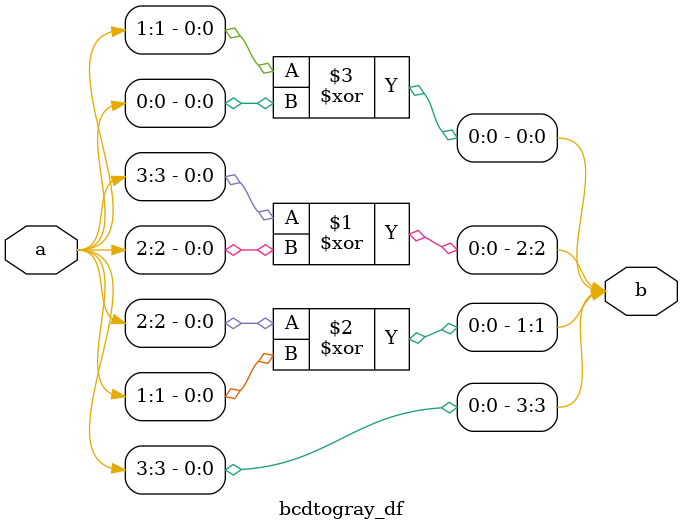
<source format=v>
module bcdtogray_df (
    a,b
);
input [3:0] a;
output [3:0] b;

assign b[3] = a[3];
assign b[2] = a[3]^a[2];
assign b[1] = a[2]^a[1];
assign b[0] = a[1]^a[0];
    
endmodule
</source>
